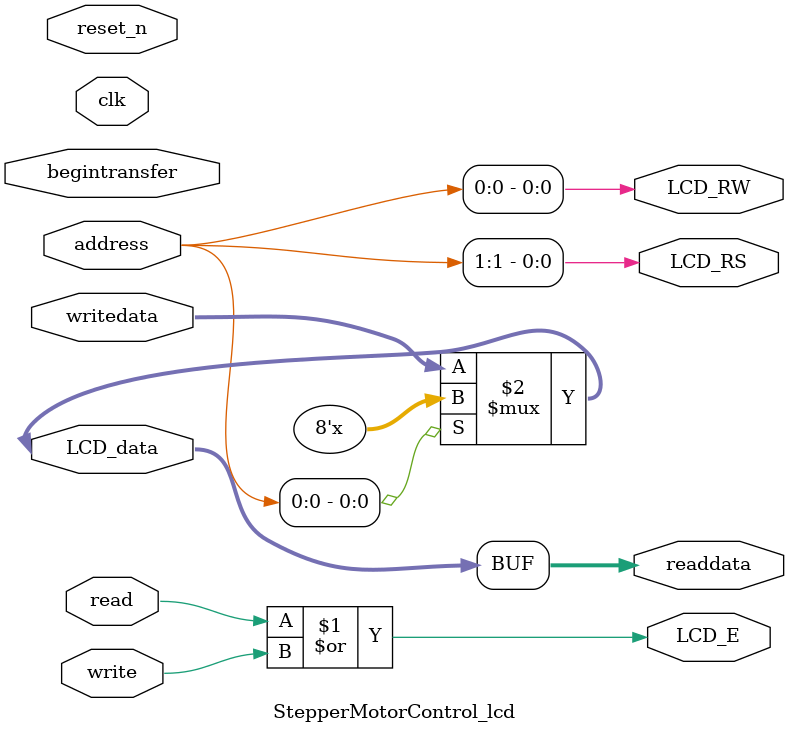
<source format=v>

`timescale 1ns / 1ps
// synthesis translate_on

// turn off superfluous verilog processor warnings 
// altera message_level Level1 
// altera message_off 10034 10035 10036 10037 10230 10240 10030 

module StepperMotorControl_lcd (
                                 // inputs:
                                  address,
                                  begintransfer,
                                  clk,
                                  read,
                                  reset_n,
                                  write,
                                  writedata,

                                 // outputs:
                                  LCD_E,
                                  LCD_RS,
                                  LCD_RW,
                                  LCD_data,
                                  readdata
                               )
;

  output           LCD_E;
  output           LCD_RS;
  output           LCD_RW;
  inout   [  7: 0] LCD_data;
  output  [  7: 0] readdata;
  input   [  1: 0] address;
  input            begintransfer;
  input            clk;
  input            read;
  input            reset_n;
  input            write;
  input   [  7: 0] writedata;

  wire             LCD_E;
  wire             LCD_RS;
  wire             LCD_RW;
  wire    [  7: 0] LCD_data;
  wire    [  7: 0] readdata;
  assign LCD_RW = address[0];
  assign LCD_RS = address[1];
  assign LCD_E = read | write;
  assign LCD_data = (address[0]) ? {8{1'bz}} : writedata;
  assign readdata = LCD_data;
  //control_slave, which is an e_avalon_slave

endmodule


</source>
